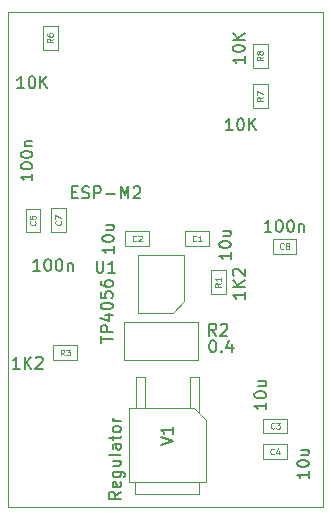
<source format=gbr>
%TF.GenerationSoftware,KiCad,Pcbnew,(5.1.7)-1*%
%TF.CreationDate,2021-09-18T16:18:18+01:00*%
%TF.ProjectId,RcCtlHw,52634374-6c48-4772-9e6b-696361645f70,rev?*%
%TF.SameCoordinates,Original*%
%TF.FileFunction,Other,Fab,Top*%
%FSLAX46Y46*%
G04 Gerber Fmt 4.6, Leading zero omitted, Abs format (unit mm)*
G04 Created by KiCad (PCBNEW (5.1.7)-1) date 2021-09-18 16:18:18*
%MOMM*%
%LPD*%
G01*
G04 APERTURE LIST*
%TA.AperFunction,Profile*%
%ADD10C,0.050000*%
%TD*%
%ADD11C,0.100000*%
%ADD12C,0.150000*%
%ADD13C,0.080000*%
G04 APERTURE END LIST*
D10*
X114300000Y-84455000D02*
X140970000Y-84455000D01*
X140970000Y-84455000D02*
X140970000Y-84836000D01*
X114300000Y-84709000D02*
X114300000Y-84455000D01*
X140970000Y-126365000D02*
X140970000Y-119380000D01*
X114300000Y-126365000D02*
X140970000Y-126365000D01*
X114300000Y-119380000D02*
X114300000Y-126365000D01*
X114300000Y-119380000D02*
X114300000Y-84709000D01*
X140970000Y-84836000D02*
X140970000Y-119380000D01*
D11*
%TO.C,R3*%
X120126000Y-113909000D02*
X118126000Y-113909000D01*
X120126000Y-112659000D02*
X120126000Y-113909000D01*
X118126000Y-112659000D02*
X120126000Y-112659000D01*
X118126000Y-113909000D02*
X118126000Y-112659000D01*
%TO.C,C1*%
X131302000Y-103007000D02*
X131302000Y-104257000D01*
X131302000Y-104257000D02*
X129302000Y-104257000D01*
X129302000Y-104257000D02*
X129302000Y-103007000D01*
X129302000Y-103007000D02*
X131302000Y-103007000D01*
%TO.C,C2*%
X124222000Y-104257000D02*
X124222000Y-103007000D01*
X124222000Y-103007000D02*
X126222000Y-103007000D01*
X126222000Y-103007000D02*
X126222000Y-104257000D01*
X126222000Y-104257000D02*
X124222000Y-104257000D01*
%TO.C,R2*%
X130404000Y-110668000D02*
X130404000Y-113868000D01*
X130404000Y-113868000D02*
X124104000Y-113868000D01*
X124104000Y-113868000D02*
X124104000Y-110668000D01*
X124104000Y-110668000D02*
X130404000Y-110668000D01*
%TO.C,R6*%
X117231000Y-87614000D02*
X117231000Y-85614000D01*
X118481000Y-87614000D02*
X117231000Y-87614000D01*
X118481000Y-85614000D02*
X118481000Y-87614000D01*
X117231000Y-85614000D02*
X118481000Y-85614000D01*
%TO.C,C4*%
X137890800Y-121041000D02*
X137890800Y-122291000D01*
X137890800Y-122291000D02*
X135890800Y-122291000D01*
X135890800Y-122291000D02*
X135890800Y-121041000D01*
X135890800Y-121041000D02*
X137890800Y-121041000D01*
%TO.C,R1*%
X131455000Y-106315000D02*
X132705000Y-106315000D01*
X132705000Y-106315000D02*
X132705000Y-108315000D01*
X132705000Y-108315000D02*
X131455000Y-108315000D01*
X131455000Y-108315000D02*
X131455000Y-106315000D01*
%TO.C,U1*%
X128229000Y-109892000D02*
X125304000Y-109892000D01*
X125304000Y-109892000D02*
X125304000Y-104992000D01*
X125304000Y-104992000D02*
X129204000Y-104992000D01*
X129204000Y-104992000D02*
X129204000Y-108917000D01*
X129204000Y-108917000D02*
X128229000Y-109892000D01*
%TO.C,R8*%
X135011000Y-87138000D02*
X136261000Y-87138000D01*
X136261000Y-87138000D02*
X136261000Y-89138000D01*
X136261000Y-89138000D02*
X135011000Y-89138000D01*
X135011000Y-89138000D02*
X135011000Y-87138000D01*
%TO.C,C3*%
X135906000Y-118856600D02*
X137906000Y-118856600D01*
X135906000Y-120106600D02*
X135906000Y-118856600D01*
X137906000Y-120106600D02*
X135906000Y-120106600D01*
X137906000Y-118856600D02*
X137906000Y-120106600D01*
%TO.C,C5*%
X115783200Y-101082600D02*
X117033200Y-101082600D01*
X117033200Y-101082600D02*
X117033200Y-103082600D01*
X117033200Y-103082600D02*
X115783200Y-103082600D01*
X115783200Y-103082600D02*
X115783200Y-101082600D01*
%TO.C,R7*%
X135011000Y-92567000D02*
X135011000Y-90567000D01*
X136261000Y-92567000D02*
X135011000Y-92567000D01*
X136261000Y-90567000D02*
X136261000Y-92567000D01*
X135011000Y-90567000D02*
X136261000Y-90567000D01*
%TO.C,V1*%
X130462000Y-124219000D02*
X130462000Y-125219000D01*
X130462000Y-125219000D02*
X125062000Y-125219000D01*
X125062000Y-125219000D02*
X125062000Y-124219000D01*
X131012000Y-124219000D02*
X124512000Y-124219000D01*
X124512000Y-124219000D02*
X124512000Y-117999000D01*
X124512000Y-117999000D02*
X130012000Y-117999000D01*
X130012000Y-117999000D02*
X131012000Y-118999000D01*
X131012000Y-118999000D02*
X131012000Y-124219000D01*
X130417000Y-118404000D02*
X130417000Y-115299000D01*
X130417000Y-115299000D02*
X129667000Y-115299000D01*
X129667000Y-115299000D02*
X129667000Y-117999000D01*
X125857000Y-117999000D02*
X125857000Y-115299000D01*
X125857000Y-115299000D02*
X125107000Y-115299000D01*
X125107000Y-115299000D02*
X125107000Y-117999000D01*
%TO.C,C7*%
X117942200Y-101057200D02*
X119192200Y-101057200D01*
X119192200Y-101057200D02*
X119192200Y-103057200D01*
X119192200Y-103057200D02*
X117942200Y-103057200D01*
X117942200Y-103057200D02*
X117942200Y-101057200D01*
%TO.C,C8*%
X136693400Y-103642000D02*
X138693400Y-103642000D01*
X136693400Y-104892000D02*
X136693400Y-103642000D01*
X138693400Y-104892000D02*
X136693400Y-104892000D01*
X138693400Y-103642000D02*
X138693400Y-104892000D01*
%TD*%
%TO.C,U2*%
D12*
X119723257Y-99674371D02*
X120056590Y-99674371D01*
X120199447Y-100198180D02*
X119723257Y-100198180D01*
X119723257Y-99198180D01*
X120199447Y-99198180D01*
X120580400Y-100150561D02*
X120723257Y-100198180D01*
X120961352Y-100198180D01*
X121056590Y-100150561D01*
X121104209Y-100102942D01*
X121151828Y-100007704D01*
X121151828Y-99912466D01*
X121104209Y-99817228D01*
X121056590Y-99769609D01*
X120961352Y-99721990D01*
X120770876Y-99674371D01*
X120675638Y-99626752D01*
X120628019Y-99579133D01*
X120580400Y-99483895D01*
X120580400Y-99388657D01*
X120628019Y-99293419D01*
X120675638Y-99245800D01*
X120770876Y-99198180D01*
X121008971Y-99198180D01*
X121151828Y-99245800D01*
X121580400Y-100198180D02*
X121580400Y-99198180D01*
X121961352Y-99198180D01*
X122056590Y-99245800D01*
X122104209Y-99293419D01*
X122151828Y-99388657D01*
X122151828Y-99531514D01*
X122104209Y-99626752D01*
X122056590Y-99674371D01*
X121961352Y-99721990D01*
X121580400Y-99721990D01*
X122580400Y-99817228D02*
X123342304Y-99817228D01*
X123818495Y-100198180D02*
X123818495Y-99198180D01*
X124151828Y-99912466D01*
X124485161Y-99198180D01*
X124485161Y-100198180D01*
X124913733Y-99293419D02*
X124961352Y-99245800D01*
X125056590Y-99198180D01*
X125294685Y-99198180D01*
X125389923Y-99245800D01*
X125437542Y-99293419D01*
X125485161Y-99388657D01*
X125485161Y-99483895D01*
X125437542Y-99626752D01*
X124866114Y-100198180D01*
X125485161Y-100198180D01*
%TO.C,R3*%
X115260523Y-114625380D02*
X114689095Y-114625380D01*
X114974809Y-114625380D02*
X114974809Y-113625380D01*
X114879571Y-113768238D01*
X114784333Y-113863476D01*
X114689095Y-113911095D01*
X115689095Y-114625380D02*
X115689095Y-113625380D01*
X116260523Y-114625380D02*
X115831952Y-114053952D01*
X116260523Y-113625380D02*
X115689095Y-114196809D01*
X116641476Y-113720619D02*
X116689095Y-113673000D01*
X116784333Y-113625380D01*
X117022428Y-113625380D01*
X117117666Y-113673000D01*
X117165285Y-113720619D01*
X117212904Y-113815857D01*
X117212904Y-113911095D01*
X117165285Y-114053952D01*
X116593857Y-114625380D01*
X117212904Y-114625380D01*
D13*
X119042666Y-113510190D02*
X118876000Y-113272095D01*
X118756952Y-113510190D02*
X118756952Y-113010190D01*
X118947428Y-113010190D01*
X118995047Y-113034000D01*
X119018857Y-113057809D01*
X119042666Y-113105428D01*
X119042666Y-113176857D01*
X119018857Y-113224476D01*
X118995047Y-113248285D01*
X118947428Y-113272095D01*
X118756952Y-113272095D01*
X119209333Y-113010190D02*
X119518857Y-113010190D01*
X119352190Y-113200666D01*
X119423619Y-113200666D01*
X119471238Y-113224476D01*
X119495047Y-113248285D01*
X119518857Y-113295904D01*
X119518857Y-113414952D01*
X119495047Y-113462571D01*
X119471238Y-113486380D01*
X119423619Y-113510190D01*
X119280761Y-113510190D01*
X119233142Y-113486380D01*
X119209333Y-113462571D01*
%TO.C,C1*%
D12*
X133167380Y-104782857D02*
X133167380Y-105354285D01*
X133167380Y-105068571D02*
X132167380Y-105068571D01*
X132310238Y-105163809D01*
X132405476Y-105259047D01*
X132453095Y-105354285D01*
X132167380Y-104163809D02*
X132167380Y-104068571D01*
X132215000Y-103973333D01*
X132262619Y-103925714D01*
X132357857Y-103878095D01*
X132548333Y-103830476D01*
X132786428Y-103830476D01*
X132976904Y-103878095D01*
X133072142Y-103925714D01*
X133119761Y-103973333D01*
X133167380Y-104068571D01*
X133167380Y-104163809D01*
X133119761Y-104259047D01*
X133072142Y-104306666D01*
X132976904Y-104354285D01*
X132786428Y-104401904D01*
X132548333Y-104401904D01*
X132357857Y-104354285D01*
X132262619Y-104306666D01*
X132215000Y-104259047D01*
X132167380Y-104163809D01*
X132500714Y-102973333D02*
X133167380Y-102973333D01*
X132500714Y-103401904D02*
X133024523Y-103401904D01*
X133119761Y-103354285D01*
X133167380Y-103259047D01*
X133167380Y-103116190D01*
X133119761Y-103020952D01*
X133072142Y-102973333D01*
D13*
X130218666Y-103810571D02*
X130194857Y-103834380D01*
X130123428Y-103858190D01*
X130075809Y-103858190D01*
X130004380Y-103834380D01*
X129956761Y-103786761D01*
X129932952Y-103739142D01*
X129909142Y-103643904D01*
X129909142Y-103572476D01*
X129932952Y-103477238D01*
X129956761Y-103429619D01*
X130004380Y-103382000D01*
X130075809Y-103358190D01*
X130123428Y-103358190D01*
X130194857Y-103382000D01*
X130218666Y-103405809D01*
X130694857Y-103858190D02*
X130409142Y-103858190D01*
X130552000Y-103858190D02*
X130552000Y-103358190D01*
X130504380Y-103429619D01*
X130456761Y-103477238D01*
X130409142Y-103501047D01*
%TO.C,C2*%
D12*
X123261380Y-104274857D02*
X123261380Y-104846285D01*
X123261380Y-104560571D02*
X122261380Y-104560571D01*
X122404238Y-104655809D01*
X122499476Y-104751047D01*
X122547095Y-104846285D01*
X122261380Y-103655809D02*
X122261380Y-103560571D01*
X122309000Y-103465333D01*
X122356619Y-103417714D01*
X122451857Y-103370095D01*
X122642333Y-103322476D01*
X122880428Y-103322476D01*
X123070904Y-103370095D01*
X123166142Y-103417714D01*
X123213761Y-103465333D01*
X123261380Y-103560571D01*
X123261380Y-103655809D01*
X123213761Y-103751047D01*
X123166142Y-103798666D01*
X123070904Y-103846285D01*
X122880428Y-103893904D01*
X122642333Y-103893904D01*
X122451857Y-103846285D01*
X122356619Y-103798666D01*
X122309000Y-103751047D01*
X122261380Y-103655809D01*
X122594714Y-102465333D02*
X123261380Y-102465333D01*
X122594714Y-102893904D02*
X123118523Y-102893904D01*
X123213761Y-102846285D01*
X123261380Y-102751047D01*
X123261380Y-102608190D01*
X123213761Y-102512952D01*
X123166142Y-102465333D01*
D13*
X125138666Y-103810571D02*
X125114857Y-103834380D01*
X125043428Y-103858190D01*
X124995809Y-103858190D01*
X124924380Y-103834380D01*
X124876761Y-103786761D01*
X124852952Y-103739142D01*
X124829142Y-103643904D01*
X124829142Y-103572476D01*
X124852952Y-103477238D01*
X124876761Y-103429619D01*
X124924380Y-103382000D01*
X124995809Y-103358190D01*
X125043428Y-103358190D01*
X125114857Y-103382000D01*
X125138666Y-103405809D01*
X125329142Y-103405809D02*
X125352952Y-103382000D01*
X125400571Y-103358190D01*
X125519619Y-103358190D01*
X125567238Y-103382000D01*
X125591047Y-103405809D01*
X125614857Y-103453428D01*
X125614857Y-103501047D01*
X125591047Y-103572476D01*
X125305333Y-103858190D01*
X125614857Y-103858190D01*
%TO.C,R2*%
D12*
X131572095Y-112228380D02*
X131667333Y-112228380D01*
X131762571Y-112276000D01*
X131810190Y-112323619D01*
X131857809Y-112418857D01*
X131905428Y-112609333D01*
X131905428Y-112847428D01*
X131857809Y-113037904D01*
X131810190Y-113133142D01*
X131762571Y-113180761D01*
X131667333Y-113228380D01*
X131572095Y-113228380D01*
X131476857Y-113180761D01*
X131429238Y-113133142D01*
X131381619Y-113037904D01*
X131334000Y-112847428D01*
X131334000Y-112609333D01*
X131381619Y-112418857D01*
X131429238Y-112323619D01*
X131476857Y-112276000D01*
X131572095Y-112228380D01*
X132334000Y-113133142D02*
X132381619Y-113180761D01*
X132334000Y-113228380D01*
X132286380Y-113180761D01*
X132334000Y-113133142D01*
X132334000Y-113228380D01*
X133238761Y-112561714D02*
X133238761Y-113228380D01*
X133000666Y-112180761D02*
X132762571Y-112895047D01*
X133381619Y-112895047D01*
X131913333Y-111831380D02*
X131580000Y-111355190D01*
X131341904Y-111831380D02*
X131341904Y-110831380D01*
X131722857Y-110831380D01*
X131818095Y-110879000D01*
X131865714Y-110926619D01*
X131913333Y-111021857D01*
X131913333Y-111164714D01*
X131865714Y-111259952D01*
X131818095Y-111307571D01*
X131722857Y-111355190D01*
X131341904Y-111355190D01*
X132294285Y-110926619D02*
X132341904Y-110879000D01*
X132437142Y-110831380D01*
X132675238Y-110831380D01*
X132770476Y-110879000D01*
X132818095Y-110926619D01*
X132865714Y-111021857D01*
X132865714Y-111117095D01*
X132818095Y-111259952D01*
X132246666Y-111831380D01*
X132865714Y-111831380D01*
%TO.C,R6*%
X115641523Y-90876380D02*
X115070095Y-90876380D01*
X115355809Y-90876380D02*
X115355809Y-89876380D01*
X115260571Y-90019238D01*
X115165333Y-90114476D01*
X115070095Y-90162095D01*
X116260571Y-89876380D02*
X116355809Y-89876380D01*
X116451047Y-89924000D01*
X116498666Y-89971619D01*
X116546285Y-90066857D01*
X116593904Y-90257333D01*
X116593904Y-90495428D01*
X116546285Y-90685904D01*
X116498666Y-90781142D01*
X116451047Y-90828761D01*
X116355809Y-90876380D01*
X116260571Y-90876380D01*
X116165333Y-90828761D01*
X116117714Y-90781142D01*
X116070095Y-90685904D01*
X116022476Y-90495428D01*
X116022476Y-90257333D01*
X116070095Y-90066857D01*
X116117714Y-89971619D01*
X116165333Y-89924000D01*
X116260571Y-89876380D01*
X117022476Y-90876380D02*
X117022476Y-89876380D01*
X117593904Y-90876380D02*
X117165333Y-90304952D01*
X117593904Y-89876380D02*
X117022476Y-90447809D01*
D13*
X118082190Y-86697333D02*
X117844095Y-86864000D01*
X118082190Y-86983047D02*
X117582190Y-86983047D01*
X117582190Y-86792571D01*
X117606000Y-86744952D01*
X117629809Y-86721142D01*
X117677428Y-86697333D01*
X117748857Y-86697333D01*
X117796476Y-86721142D01*
X117820285Y-86744952D01*
X117844095Y-86792571D01*
X117844095Y-86983047D01*
X117582190Y-86268761D02*
X117582190Y-86364000D01*
X117606000Y-86411619D01*
X117629809Y-86435428D01*
X117701238Y-86483047D01*
X117796476Y-86506857D01*
X117986952Y-86506857D01*
X118034571Y-86483047D01*
X118058380Y-86459238D01*
X118082190Y-86411619D01*
X118082190Y-86316380D01*
X118058380Y-86268761D01*
X118034571Y-86244952D01*
X117986952Y-86221142D01*
X117867904Y-86221142D01*
X117820285Y-86244952D01*
X117796476Y-86268761D01*
X117772666Y-86316380D01*
X117772666Y-86411619D01*
X117796476Y-86459238D01*
X117820285Y-86483047D01*
X117867904Y-86506857D01*
%TO.C,C4*%
D12*
X139756180Y-123324857D02*
X139756180Y-123896285D01*
X139756180Y-123610571D02*
X138756180Y-123610571D01*
X138899038Y-123705809D01*
X138994276Y-123801047D01*
X139041895Y-123896285D01*
X138756180Y-122705809D02*
X138756180Y-122610571D01*
X138803800Y-122515333D01*
X138851419Y-122467714D01*
X138946657Y-122420095D01*
X139137133Y-122372476D01*
X139375228Y-122372476D01*
X139565704Y-122420095D01*
X139660942Y-122467714D01*
X139708561Y-122515333D01*
X139756180Y-122610571D01*
X139756180Y-122705809D01*
X139708561Y-122801047D01*
X139660942Y-122848666D01*
X139565704Y-122896285D01*
X139375228Y-122943904D01*
X139137133Y-122943904D01*
X138946657Y-122896285D01*
X138851419Y-122848666D01*
X138803800Y-122801047D01*
X138756180Y-122705809D01*
X139089514Y-121515333D02*
X139756180Y-121515333D01*
X139089514Y-121943904D02*
X139613323Y-121943904D01*
X139708561Y-121896285D01*
X139756180Y-121801047D01*
X139756180Y-121658190D01*
X139708561Y-121562952D01*
X139660942Y-121515333D01*
D13*
X136807466Y-121844571D02*
X136783657Y-121868380D01*
X136712228Y-121892190D01*
X136664609Y-121892190D01*
X136593180Y-121868380D01*
X136545561Y-121820761D01*
X136521752Y-121773142D01*
X136497942Y-121677904D01*
X136497942Y-121606476D01*
X136521752Y-121511238D01*
X136545561Y-121463619D01*
X136593180Y-121416000D01*
X136664609Y-121392190D01*
X136712228Y-121392190D01*
X136783657Y-121416000D01*
X136807466Y-121439809D01*
X137236038Y-121558857D02*
X137236038Y-121892190D01*
X137116990Y-121368380D02*
X136997942Y-121725523D01*
X137307466Y-121725523D01*
%TO.C,R1*%
D12*
X134310380Y-108132476D02*
X134310380Y-108703904D01*
X134310380Y-108418190D02*
X133310380Y-108418190D01*
X133453238Y-108513428D01*
X133548476Y-108608666D01*
X133596095Y-108703904D01*
X134310380Y-107703904D02*
X133310380Y-107703904D01*
X134310380Y-107132476D02*
X133738952Y-107561047D01*
X133310380Y-107132476D02*
X133881809Y-107703904D01*
X133405619Y-106751523D02*
X133358000Y-106703904D01*
X133310380Y-106608666D01*
X133310380Y-106370571D01*
X133358000Y-106275333D01*
X133405619Y-106227714D01*
X133500857Y-106180095D01*
X133596095Y-106180095D01*
X133738952Y-106227714D01*
X134310380Y-106799142D01*
X134310380Y-106180095D01*
D13*
X132306190Y-107398333D02*
X132068095Y-107565000D01*
X132306190Y-107684047D02*
X131806190Y-107684047D01*
X131806190Y-107493571D01*
X131830000Y-107445952D01*
X131853809Y-107422142D01*
X131901428Y-107398333D01*
X131972857Y-107398333D01*
X132020476Y-107422142D01*
X132044285Y-107445952D01*
X132068095Y-107493571D01*
X132068095Y-107684047D01*
X132306190Y-106922142D02*
X132306190Y-107207857D01*
X132306190Y-107065000D02*
X131806190Y-107065000D01*
X131877619Y-107112619D01*
X131925238Y-107160238D01*
X131949047Y-107207857D01*
%TO.C,U1*%
D12*
X122134380Y-112418476D02*
X122134380Y-111847047D01*
X123134380Y-112132761D02*
X122134380Y-112132761D01*
X123134380Y-111513714D02*
X122134380Y-111513714D01*
X122134380Y-111132761D01*
X122182000Y-111037523D01*
X122229619Y-110989904D01*
X122324857Y-110942285D01*
X122467714Y-110942285D01*
X122562952Y-110989904D01*
X122610571Y-111037523D01*
X122658190Y-111132761D01*
X122658190Y-111513714D01*
X122467714Y-110085142D02*
X123134380Y-110085142D01*
X122086761Y-110323238D02*
X122801047Y-110561333D01*
X122801047Y-109942285D01*
X122134380Y-109370857D02*
X122134380Y-109275619D01*
X122182000Y-109180380D01*
X122229619Y-109132761D01*
X122324857Y-109085142D01*
X122515333Y-109037523D01*
X122753428Y-109037523D01*
X122943904Y-109085142D01*
X123039142Y-109132761D01*
X123086761Y-109180380D01*
X123134380Y-109275619D01*
X123134380Y-109370857D01*
X123086761Y-109466095D01*
X123039142Y-109513714D01*
X122943904Y-109561333D01*
X122753428Y-109608952D01*
X122515333Y-109608952D01*
X122324857Y-109561333D01*
X122229619Y-109513714D01*
X122182000Y-109466095D01*
X122134380Y-109370857D01*
X122134380Y-108132761D02*
X122134380Y-108608952D01*
X122610571Y-108656571D01*
X122562952Y-108608952D01*
X122515333Y-108513714D01*
X122515333Y-108275619D01*
X122562952Y-108180380D01*
X122610571Y-108132761D01*
X122705809Y-108085142D01*
X122943904Y-108085142D01*
X123039142Y-108132761D01*
X123086761Y-108180380D01*
X123134380Y-108275619D01*
X123134380Y-108513714D01*
X123086761Y-108608952D01*
X123039142Y-108656571D01*
X122134380Y-107228000D02*
X122134380Y-107418476D01*
X122182000Y-107513714D01*
X122229619Y-107561333D01*
X122372476Y-107656571D01*
X122562952Y-107704190D01*
X122943904Y-107704190D01*
X123039142Y-107656571D01*
X123086761Y-107608952D01*
X123134380Y-107513714D01*
X123134380Y-107323238D01*
X123086761Y-107228000D01*
X123039142Y-107180380D01*
X122943904Y-107132761D01*
X122705809Y-107132761D01*
X122610571Y-107180380D01*
X122562952Y-107228000D01*
X122515333Y-107323238D01*
X122515333Y-107513714D01*
X122562952Y-107608952D01*
X122610571Y-107656571D01*
X122705809Y-107704190D01*
X121808333Y-105508333D02*
X121808333Y-106301666D01*
X121855000Y-106395000D01*
X121901666Y-106441666D01*
X121995000Y-106488333D01*
X122181666Y-106488333D01*
X122275000Y-106441666D01*
X122321666Y-106395000D01*
X122368333Y-106301666D01*
X122368333Y-105508333D01*
X123348333Y-106488333D02*
X122788333Y-106488333D01*
X123068333Y-106488333D02*
X123068333Y-105508333D01*
X122975000Y-105648333D01*
X122881666Y-105741666D01*
X122788333Y-105788333D01*
%TO.C,R8*%
X134310380Y-88193476D02*
X134310380Y-88764904D01*
X134310380Y-88479190D02*
X133310380Y-88479190D01*
X133453238Y-88574428D01*
X133548476Y-88669666D01*
X133596095Y-88764904D01*
X133310380Y-87574428D02*
X133310380Y-87479190D01*
X133358000Y-87383952D01*
X133405619Y-87336333D01*
X133500857Y-87288714D01*
X133691333Y-87241095D01*
X133929428Y-87241095D01*
X134119904Y-87288714D01*
X134215142Y-87336333D01*
X134262761Y-87383952D01*
X134310380Y-87479190D01*
X134310380Y-87574428D01*
X134262761Y-87669666D01*
X134215142Y-87717285D01*
X134119904Y-87764904D01*
X133929428Y-87812523D01*
X133691333Y-87812523D01*
X133500857Y-87764904D01*
X133405619Y-87717285D01*
X133358000Y-87669666D01*
X133310380Y-87574428D01*
X134310380Y-86812523D02*
X133310380Y-86812523D01*
X134310380Y-86241095D02*
X133738952Y-86669666D01*
X133310380Y-86241095D02*
X133881809Y-86812523D01*
D13*
X135862190Y-88221333D02*
X135624095Y-88388000D01*
X135862190Y-88507047D02*
X135362190Y-88507047D01*
X135362190Y-88316571D01*
X135386000Y-88268952D01*
X135409809Y-88245142D01*
X135457428Y-88221333D01*
X135528857Y-88221333D01*
X135576476Y-88245142D01*
X135600285Y-88268952D01*
X135624095Y-88316571D01*
X135624095Y-88507047D01*
X135576476Y-87935619D02*
X135552666Y-87983238D01*
X135528857Y-88007047D01*
X135481238Y-88030857D01*
X135457428Y-88030857D01*
X135409809Y-88007047D01*
X135386000Y-87983238D01*
X135362190Y-87935619D01*
X135362190Y-87840380D01*
X135386000Y-87792761D01*
X135409809Y-87768952D01*
X135457428Y-87745142D01*
X135481238Y-87745142D01*
X135528857Y-87768952D01*
X135552666Y-87792761D01*
X135576476Y-87840380D01*
X135576476Y-87935619D01*
X135600285Y-87983238D01*
X135624095Y-88007047D01*
X135671714Y-88030857D01*
X135766952Y-88030857D01*
X135814571Y-88007047D01*
X135838380Y-87983238D01*
X135862190Y-87935619D01*
X135862190Y-87840380D01*
X135838380Y-87792761D01*
X135814571Y-87768952D01*
X135766952Y-87745142D01*
X135671714Y-87745142D01*
X135624095Y-87768952D01*
X135600285Y-87792761D01*
X135576476Y-87840380D01*
%TO.C,C3*%
D12*
X136139180Y-117508257D02*
X136139180Y-118079685D01*
X136139180Y-117793971D02*
X135139180Y-117793971D01*
X135282038Y-117889209D01*
X135377276Y-117984447D01*
X135424895Y-118079685D01*
X135139180Y-116889209D02*
X135139180Y-116793971D01*
X135186800Y-116698733D01*
X135234419Y-116651114D01*
X135329657Y-116603495D01*
X135520133Y-116555876D01*
X135758228Y-116555876D01*
X135948704Y-116603495D01*
X136043942Y-116651114D01*
X136091561Y-116698733D01*
X136139180Y-116793971D01*
X136139180Y-116889209D01*
X136091561Y-116984447D01*
X136043942Y-117032066D01*
X135948704Y-117079685D01*
X135758228Y-117127304D01*
X135520133Y-117127304D01*
X135329657Y-117079685D01*
X135234419Y-117032066D01*
X135186800Y-116984447D01*
X135139180Y-116889209D01*
X135472514Y-115698733D02*
X136139180Y-115698733D01*
X135472514Y-116127304D02*
X135996323Y-116127304D01*
X136091561Y-116079685D01*
X136139180Y-115984447D01*
X136139180Y-115841590D01*
X136091561Y-115746352D01*
X136043942Y-115698733D01*
D13*
X136822666Y-119660171D02*
X136798857Y-119683980D01*
X136727428Y-119707790D01*
X136679809Y-119707790D01*
X136608380Y-119683980D01*
X136560761Y-119636361D01*
X136536952Y-119588742D01*
X136513142Y-119493504D01*
X136513142Y-119422076D01*
X136536952Y-119326838D01*
X136560761Y-119279219D01*
X136608380Y-119231600D01*
X136679809Y-119207790D01*
X136727428Y-119207790D01*
X136798857Y-119231600D01*
X136822666Y-119255409D01*
X136989333Y-119207790D02*
X137298857Y-119207790D01*
X137132190Y-119398266D01*
X137203619Y-119398266D01*
X137251238Y-119422076D01*
X137275047Y-119445885D01*
X137298857Y-119493504D01*
X137298857Y-119612552D01*
X137275047Y-119660171D01*
X137251238Y-119683980D01*
X137203619Y-119707790D01*
X137060761Y-119707790D01*
X137013142Y-119683980D01*
X136989333Y-119660171D01*
%TO.C,C5*%
D12*
X116352580Y-98121647D02*
X116352580Y-98693076D01*
X116352580Y-98407361D02*
X115352580Y-98407361D01*
X115495438Y-98502600D01*
X115590676Y-98597838D01*
X115638295Y-98693076D01*
X115352580Y-97502600D02*
X115352580Y-97407361D01*
X115400200Y-97312123D01*
X115447819Y-97264504D01*
X115543057Y-97216885D01*
X115733533Y-97169266D01*
X115971628Y-97169266D01*
X116162104Y-97216885D01*
X116257342Y-97264504D01*
X116304961Y-97312123D01*
X116352580Y-97407361D01*
X116352580Y-97502600D01*
X116304961Y-97597838D01*
X116257342Y-97645457D01*
X116162104Y-97693076D01*
X115971628Y-97740695D01*
X115733533Y-97740695D01*
X115543057Y-97693076D01*
X115447819Y-97645457D01*
X115400200Y-97597838D01*
X115352580Y-97502600D01*
X115352580Y-96550219D02*
X115352580Y-96454980D01*
X115400200Y-96359742D01*
X115447819Y-96312123D01*
X115543057Y-96264504D01*
X115733533Y-96216885D01*
X115971628Y-96216885D01*
X116162104Y-96264504D01*
X116257342Y-96312123D01*
X116304961Y-96359742D01*
X116352580Y-96454980D01*
X116352580Y-96550219D01*
X116304961Y-96645457D01*
X116257342Y-96693076D01*
X116162104Y-96740695D01*
X115971628Y-96788314D01*
X115733533Y-96788314D01*
X115543057Y-96740695D01*
X115447819Y-96693076D01*
X115400200Y-96645457D01*
X115352580Y-96550219D01*
X115685914Y-95788314D02*
X116352580Y-95788314D01*
X115781152Y-95788314D02*
X115733533Y-95740695D01*
X115685914Y-95645457D01*
X115685914Y-95502600D01*
X115733533Y-95407361D01*
X115828771Y-95359742D01*
X116352580Y-95359742D01*
D13*
X116586771Y-102165933D02*
X116610580Y-102189742D01*
X116634390Y-102261171D01*
X116634390Y-102308790D01*
X116610580Y-102380219D01*
X116562961Y-102427838D01*
X116515342Y-102451647D01*
X116420104Y-102475457D01*
X116348676Y-102475457D01*
X116253438Y-102451647D01*
X116205819Y-102427838D01*
X116158200Y-102380219D01*
X116134390Y-102308790D01*
X116134390Y-102261171D01*
X116158200Y-102189742D01*
X116182009Y-102165933D01*
X116134390Y-101713552D02*
X116134390Y-101951647D01*
X116372485Y-101975457D01*
X116348676Y-101951647D01*
X116324866Y-101904028D01*
X116324866Y-101784980D01*
X116348676Y-101737361D01*
X116372485Y-101713552D01*
X116420104Y-101689742D01*
X116539152Y-101689742D01*
X116586771Y-101713552D01*
X116610580Y-101737361D01*
X116634390Y-101784980D01*
X116634390Y-101904028D01*
X116610580Y-101951647D01*
X116586771Y-101975457D01*
%TO.C,R7*%
D12*
X133294523Y-94432380D02*
X132723095Y-94432380D01*
X133008809Y-94432380D02*
X133008809Y-93432380D01*
X132913571Y-93575238D01*
X132818333Y-93670476D01*
X132723095Y-93718095D01*
X133913571Y-93432380D02*
X134008809Y-93432380D01*
X134104047Y-93480000D01*
X134151666Y-93527619D01*
X134199285Y-93622857D01*
X134246904Y-93813333D01*
X134246904Y-94051428D01*
X134199285Y-94241904D01*
X134151666Y-94337142D01*
X134104047Y-94384761D01*
X134008809Y-94432380D01*
X133913571Y-94432380D01*
X133818333Y-94384761D01*
X133770714Y-94337142D01*
X133723095Y-94241904D01*
X133675476Y-94051428D01*
X133675476Y-93813333D01*
X133723095Y-93622857D01*
X133770714Y-93527619D01*
X133818333Y-93480000D01*
X133913571Y-93432380D01*
X134675476Y-94432380D02*
X134675476Y-93432380D01*
X135246904Y-94432380D02*
X134818333Y-93860952D01*
X135246904Y-93432380D02*
X134675476Y-94003809D01*
D13*
X135862190Y-91650333D02*
X135624095Y-91817000D01*
X135862190Y-91936047D02*
X135362190Y-91936047D01*
X135362190Y-91745571D01*
X135386000Y-91697952D01*
X135409809Y-91674142D01*
X135457428Y-91650333D01*
X135528857Y-91650333D01*
X135576476Y-91674142D01*
X135600285Y-91697952D01*
X135624095Y-91745571D01*
X135624095Y-91936047D01*
X135362190Y-91483666D02*
X135362190Y-91150333D01*
X135862190Y-91364619D01*
%TO.C,V1*%
D12*
X123820180Y-125061314D02*
X123343990Y-125394647D01*
X123820180Y-125632742D02*
X122820180Y-125632742D01*
X122820180Y-125251790D01*
X122867800Y-125156552D01*
X122915419Y-125108933D01*
X123010657Y-125061314D01*
X123153514Y-125061314D01*
X123248752Y-125108933D01*
X123296371Y-125156552D01*
X123343990Y-125251790D01*
X123343990Y-125632742D01*
X123772561Y-124251790D02*
X123820180Y-124347028D01*
X123820180Y-124537504D01*
X123772561Y-124632742D01*
X123677323Y-124680361D01*
X123296371Y-124680361D01*
X123201133Y-124632742D01*
X123153514Y-124537504D01*
X123153514Y-124347028D01*
X123201133Y-124251790D01*
X123296371Y-124204171D01*
X123391609Y-124204171D01*
X123486847Y-124680361D01*
X123153514Y-123347028D02*
X123963038Y-123347028D01*
X124058276Y-123394647D01*
X124105895Y-123442266D01*
X124153514Y-123537504D01*
X124153514Y-123680361D01*
X124105895Y-123775600D01*
X123772561Y-123347028D02*
X123820180Y-123442266D01*
X123820180Y-123632742D01*
X123772561Y-123727980D01*
X123724942Y-123775600D01*
X123629704Y-123823219D01*
X123343990Y-123823219D01*
X123248752Y-123775600D01*
X123201133Y-123727980D01*
X123153514Y-123632742D01*
X123153514Y-123442266D01*
X123201133Y-123347028D01*
X123153514Y-122442266D02*
X123820180Y-122442266D01*
X123153514Y-122870838D02*
X123677323Y-122870838D01*
X123772561Y-122823219D01*
X123820180Y-122727980D01*
X123820180Y-122585123D01*
X123772561Y-122489885D01*
X123724942Y-122442266D01*
X123820180Y-121823219D02*
X123772561Y-121918457D01*
X123677323Y-121966076D01*
X122820180Y-121966076D01*
X123820180Y-121013695D02*
X123296371Y-121013695D01*
X123201133Y-121061314D01*
X123153514Y-121156552D01*
X123153514Y-121347028D01*
X123201133Y-121442266D01*
X123772561Y-121013695D02*
X123820180Y-121108933D01*
X123820180Y-121347028D01*
X123772561Y-121442266D01*
X123677323Y-121489885D01*
X123582085Y-121489885D01*
X123486847Y-121442266D01*
X123439228Y-121347028D01*
X123439228Y-121108933D01*
X123391609Y-121013695D01*
X123153514Y-120680361D02*
X123153514Y-120299409D01*
X122820180Y-120537504D02*
X123677323Y-120537504D01*
X123772561Y-120489885D01*
X123820180Y-120394647D01*
X123820180Y-120299409D01*
X123820180Y-119823219D02*
X123772561Y-119918457D01*
X123724942Y-119966076D01*
X123629704Y-120013695D01*
X123343990Y-120013695D01*
X123248752Y-119966076D01*
X123201133Y-119918457D01*
X123153514Y-119823219D01*
X123153514Y-119680361D01*
X123201133Y-119585123D01*
X123248752Y-119537504D01*
X123343990Y-119489885D01*
X123629704Y-119489885D01*
X123724942Y-119537504D01*
X123772561Y-119585123D01*
X123820180Y-119680361D01*
X123820180Y-119823219D01*
X123820180Y-119061314D02*
X123153514Y-119061314D01*
X123343990Y-119061314D02*
X123248752Y-119013695D01*
X123201133Y-118966076D01*
X123153514Y-118870838D01*
X123153514Y-118775600D01*
X127214380Y-121078523D02*
X128214380Y-120745190D01*
X127214380Y-120411857D01*
X128214380Y-119554714D02*
X128214380Y-120126142D01*
X128214380Y-119840428D02*
X127214380Y-119840428D01*
X127357238Y-119935666D01*
X127452476Y-120030904D01*
X127500095Y-120126142D01*
%TO.C,C7*%
X116990952Y-106344980D02*
X116419523Y-106344980D01*
X116705238Y-106344980D02*
X116705238Y-105344980D01*
X116610000Y-105487838D01*
X116514761Y-105583076D01*
X116419523Y-105630695D01*
X117610000Y-105344980D02*
X117705238Y-105344980D01*
X117800476Y-105392600D01*
X117848095Y-105440219D01*
X117895714Y-105535457D01*
X117943333Y-105725933D01*
X117943333Y-105964028D01*
X117895714Y-106154504D01*
X117848095Y-106249742D01*
X117800476Y-106297361D01*
X117705238Y-106344980D01*
X117610000Y-106344980D01*
X117514761Y-106297361D01*
X117467142Y-106249742D01*
X117419523Y-106154504D01*
X117371904Y-105964028D01*
X117371904Y-105725933D01*
X117419523Y-105535457D01*
X117467142Y-105440219D01*
X117514761Y-105392600D01*
X117610000Y-105344980D01*
X118562380Y-105344980D02*
X118657619Y-105344980D01*
X118752857Y-105392600D01*
X118800476Y-105440219D01*
X118848095Y-105535457D01*
X118895714Y-105725933D01*
X118895714Y-105964028D01*
X118848095Y-106154504D01*
X118800476Y-106249742D01*
X118752857Y-106297361D01*
X118657619Y-106344980D01*
X118562380Y-106344980D01*
X118467142Y-106297361D01*
X118419523Y-106249742D01*
X118371904Y-106154504D01*
X118324285Y-105964028D01*
X118324285Y-105725933D01*
X118371904Y-105535457D01*
X118419523Y-105440219D01*
X118467142Y-105392600D01*
X118562380Y-105344980D01*
X119324285Y-105678314D02*
X119324285Y-106344980D01*
X119324285Y-105773552D02*
X119371904Y-105725933D01*
X119467142Y-105678314D01*
X119610000Y-105678314D01*
X119705238Y-105725933D01*
X119752857Y-105821171D01*
X119752857Y-106344980D01*
D13*
X118745771Y-102140533D02*
X118769580Y-102164342D01*
X118793390Y-102235771D01*
X118793390Y-102283390D01*
X118769580Y-102354819D01*
X118721961Y-102402438D01*
X118674342Y-102426247D01*
X118579104Y-102450057D01*
X118507676Y-102450057D01*
X118412438Y-102426247D01*
X118364819Y-102402438D01*
X118317200Y-102354819D01*
X118293390Y-102283390D01*
X118293390Y-102235771D01*
X118317200Y-102164342D01*
X118341009Y-102140533D01*
X118293390Y-101973866D02*
X118293390Y-101640533D01*
X118793390Y-101854819D01*
%TO.C,C8*%
D12*
X136574352Y-103039380D02*
X136002923Y-103039380D01*
X136288638Y-103039380D02*
X136288638Y-102039380D01*
X136193400Y-102182238D01*
X136098161Y-102277476D01*
X136002923Y-102325095D01*
X137193400Y-102039380D02*
X137288638Y-102039380D01*
X137383876Y-102087000D01*
X137431495Y-102134619D01*
X137479114Y-102229857D01*
X137526733Y-102420333D01*
X137526733Y-102658428D01*
X137479114Y-102848904D01*
X137431495Y-102944142D01*
X137383876Y-102991761D01*
X137288638Y-103039380D01*
X137193400Y-103039380D01*
X137098161Y-102991761D01*
X137050542Y-102944142D01*
X137002923Y-102848904D01*
X136955304Y-102658428D01*
X136955304Y-102420333D01*
X137002923Y-102229857D01*
X137050542Y-102134619D01*
X137098161Y-102087000D01*
X137193400Y-102039380D01*
X138145780Y-102039380D02*
X138241019Y-102039380D01*
X138336257Y-102087000D01*
X138383876Y-102134619D01*
X138431495Y-102229857D01*
X138479114Y-102420333D01*
X138479114Y-102658428D01*
X138431495Y-102848904D01*
X138383876Y-102944142D01*
X138336257Y-102991761D01*
X138241019Y-103039380D01*
X138145780Y-103039380D01*
X138050542Y-102991761D01*
X138002923Y-102944142D01*
X137955304Y-102848904D01*
X137907685Y-102658428D01*
X137907685Y-102420333D01*
X137955304Y-102229857D01*
X138002923Y-102134619D01*
X138050542Y-102087000D01*
X138145780Y-102039380D01*
X138907685Y-102372714D02*
X138907685Y-103039380D01*
X138907685Y-102467952D02*
X138955304Y-102420333D01*
X139050542Y-102372714D01*
X139193400Y-102372714D01*
X139288638Y-102420333D01*
X139336257Y-102515571D01*
X139336257Y-103039380D01*
D13*
X137610066Y-104445571D02*
X137586257Y-104469380D01*
X137514828Y-104493190D01*
X137467209Y-104493190D01*
X137395780Y-104469380D01*
X137348161Y-104421761D01*
X137324352Y-104374142D01*
X137300542Y-104278904D01*
X137300542Y-104207476D01*
X137324352Y-104112238D01*
X137348161Y-104064619D01*
X137395780Y-104017000D01*
X137467209Y-103993190D01*
X137514828Y-103993190D01*
X137586257Y-104017000D01*
X137610066Y-104040809D01*
X137895780Y-104207476D02*
X137848161Y-104183666D01*
X137824352Y-104159857D01*
X137800542Y-104112238D01*
X137800542Y-104088428D01*
X137824352Y-104040809D01*
X137848161Y-104017000D01*
X137895780Y-103993190D01*
X137991019Y-103993190D01*
X138038638Y-104017000D01*
X138062447Y-104040809D01*
X138086257Y-104088428D01*
X138086257Y-104112238D01*
X138062447Y-104159857D01*
X138038638Y-104183666D01*
X137991019Y-104207476D01*
X137895780Y-104207476D01*
X137848161Y-104231285D01*
X137824352Y-104255095D01*
X137800542Y-104302714D01*
X137800542Y-104397952D01*
X137824352Y-104445571D01*
X137848161Y-104469380D01*
X137895780Y-104493190D01*
X137991019Y-104493190D01*
X138038638Y-104469380D01*
X138062447Y-104445571D01*
X138086257Y-104397952D01*
X138086257Y-104302714D01*
X138062447Y-104255095D01*
X138038638Y-104231285D01*
X137991019Y-104207476D01*
%TD*%
M02*

</source>
